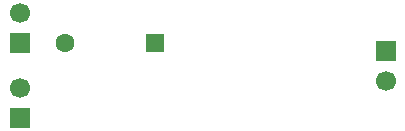
<source format=gbr>
%TF.GenerationSoftware,KiCad,Pcbnew,9.0.2*%
%TF.CreationDate,2025-06-13T22:03:49+05:30*%
%TF.ProjectId,Tiny Solar Supply,54696e79-2053-46f6-9c61-722053757070,rev?*%
%TF.SameCoordinates,Original*%
%TF.FileFunction,Soldermask,Bot*%
%TF.FilePolarity,Negative*%
%FSLAX46Y46*%
G04 Gerber Fmt 4.6, Leading zero omitted, Abs format (unit mm)*
G04 Created by KiCad (PCBNEW 9.0.2) date 2025-06-13 22:03:49*
%MOMM*%
%LPD*%
G01*
G04 APERTURE LIST*
G04 Aperture macros list*
%AMRoundRect*
0 Rectangle with rounded corners*
0 $1 Rounding radius*
0 $2 $3 $4 $5 $6 $7 $8 $9 X,Y pos of 4 corners*
0 Add a 4 corners polygon primitive as box body*
4,1,4,$2,$3,$4,$5,$6,$7,$8,$9,$2,$3,0*
0 Add four circle primitives for the rounded corners*
1,1,$1+$1,$2,$3*
1,1,$1+$1,$4,$5*
1,1,$1+$1,$6,$7*
1,1,$1+$1,$8,$9*
0 Add four rect primitives between the rounded corners*
20,1,$1+$1,$2,$3,$4,$5,0*
20,1,$1+$1,$4,$5,$6,$7,0*
20,1,$1+$1,$6,$7,$8,$9,0*
20,1,$1+$1,$8,$9,$2,$3,0*%
G04 Aperture macros list end*
%ADD10R,1.700000X1.700000*%
%ADD11C,1.700000*%
%ADD12RoundRect,0.250000X0.550000X0.550000X-0.550000X0.550000X-0.550000X-0.550000X0.550000X-0.550000X0*%
%ADD13C,1.600000*%
G04 APERTURE END LIST*
D10*
%TO.C,J4*%
X96460000Y-114930000D03*
D11*
X96460000Y-112390000D03*
%TD*%
D10*
%TO.C,J2*%
X96460000Y-121285000D03*
D11*
X96460000Y-118745000D03*
%TD*%
D10*
%TO.C,J1*%
X127441000Y-115641200D03*
D11*
X127441000Y-118181200D03*
%TD*%
D12*
%TO.C,J3*%
X107950000Y-114935000D03*
D13*
X100330000Y-114935000D03*
%TD*%
M02*

</source>
